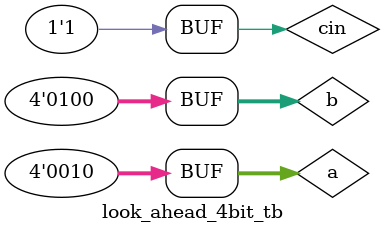
<source format=sv>
module look_ahead_4bit_tb;
  reg [3:0] a,b;
reg cin;
  wire [3:0] sum;
wire cout;
 
look_ahead_4bit g1(.a(a), .b(b),.cin(cin),.sum(sum),.cout(cout));
 
initial begin
  $dumpfile("dump.vcd");
  $dumpvars;
  a=0; b=0; cin=0;
  #10 a=4'b1011; b=4'b0011; cin=1'b0;
  #10 a=4'b0001; b=4'b0101; cin=1'b1;
  #10 a=4'b1000; b=4'b1001; cin=1'b0;
  #10 a=4'b0010; b=4'b0100; cin=1'b1;
end
 

endmodule
</source>
